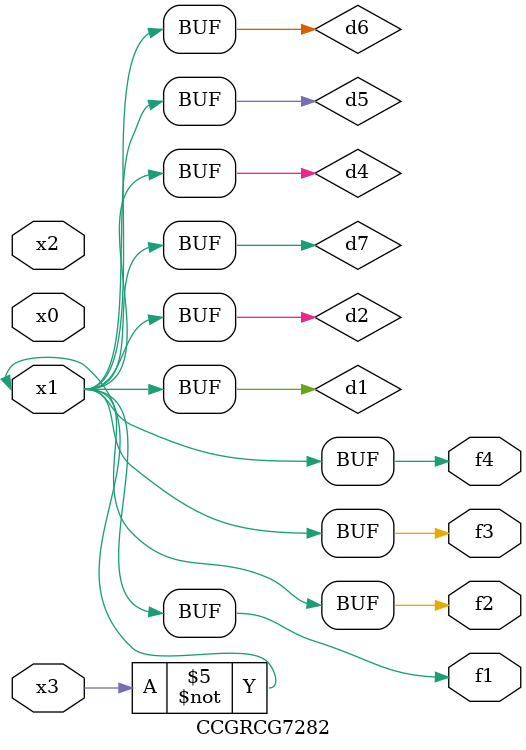
<source format=v>
module CCGRCG7282(
	input x0, x1, x2, x3,
	output f1, f2, f3, f4
);

	wire d1, d2, d3, d4, d5, d6, d7;

	not (d1, x3);
	buf (d2, x1);
	xnor (d3, d1, d2);
	nor (d4, d1);
	buf (d5, d1, d2);
	buf (d6, d4, d5);
	nand (d7, d4);
	assign f1 = d6;
	assign f2 = d7;
	assign f3 = d6;
	assign f4 = d6;
endmodule

</source>
